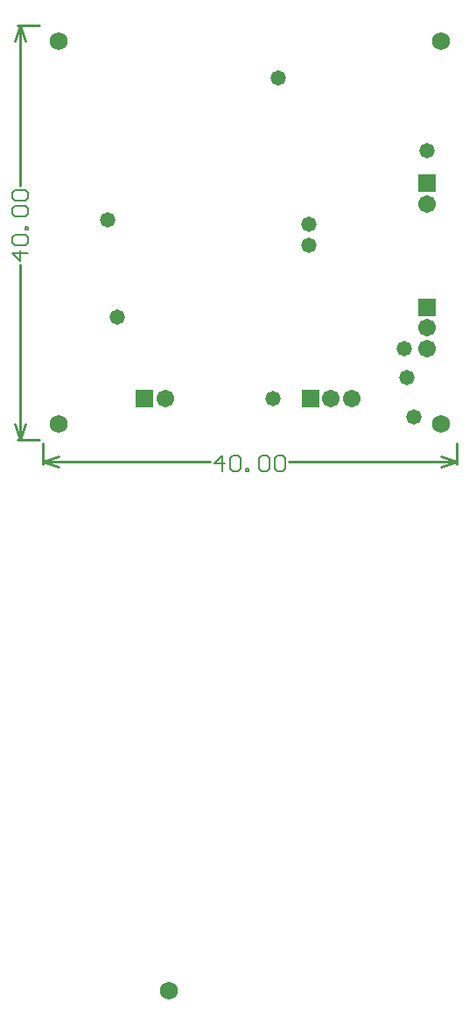
<source format=gbs>
G04*
G04 #@! TF.GenerationSoftware,Altium Limited,Altium Designer,22.1.2 (22)*
G04*
G04 Layer_Color=16711935*
%FSLAX24Y24*%
%MOIN*%
G70*
G04*
G04 #@! TF.SameCoordinates,7AB658FE-4F4A-440D-9AF7-89D71A904C7E*
G04*
G04*
G04 #@! TF.FilePolarity,Negative*
G04*
G01*
G75*
%ADD11C,0.0100*%
%ADD13C,0.0060*%
%ADD26R,0.0671X0.0671*%
%ADD27C,0.0671*%
%ADD28C,0.0680*%
%ADD29R,0.0671X0.0671*%
%ADD30C,0.0580*%
D11*
X-900Y15748D02*
X-700Y15148D01*
X-1100D02*
X-900Y15748D01*
X-1100Y600D02*
X-900Y0D01*
X-700Y600D01*
X-900Y9660D02*
Y15748D01*
Y0D02*
Y6640D01*
X-1000Y15748D02*
X-170D01*
X-1000Y0D02*
X-170D01*
X-20Y-850D02*
X580Y-650D01*
X-20Y-850D02*
X580Y-1050D01*
X15128D02*
X15728Y-850D01*
X15128Y-650D02*
X15728Y-850D01*
X-20D02*
X6340D01*
X9360D02*
X15728D01*
X-20Y-950D02*
Y-150D01*
X15728Y-950D02*
Y-150D01*
D13*
X-600Y7100D02*
X-1200D01*
X-900Y6800D01*
Y7200D01*
X-1100Y7400D02*
X-1200Y7500D01*
Y7700D01*
X-1100Y7800D01*
X-700D01*
X-600Y7700D01*
Y7500D01*
X-700Y7400D01*
X-1100D01*
X-600Y8000D02*
X-700D01*
Y8100D01*
X-600D01*
Y8000D01*
X-1100Y8500D02*
X-1200Y8600D01*
Y8800D01*
X-1100Y8900D01*
X-700D01*
X-600Y8800D01*
Y8600D01*
X-700Y8500D01*
X-1100D01*
Y9100D02*
X-1200Y9200D01*
Y9400D01*
X-1100Y9500D01*
X-700D01*
X-600Y9400D01*
Y9200D01*
X-700Y9100D01*
X-1100D01*
X6800Y-1200D02*
Y-600D01*
X6500Y-900D01*
X6900D01*
X7100Y-700D02*
X7200Y-600D01*
X7400D01*
X7500Y-700D01*
Y-1100D01*
X7400Y-1200D01*
X7200D01*
X7100Y-1100D01*
Y-700D01*
X7700Y-1200D02*
Y-1100D01*
X7800D01*
Y-1200D01*
X7700D01*
X8200Y-700D02*
X8300Y-600D01*
X8500D01*
X8600Y-700D01*
Y-1100D01*
X8500Y-1200D01*
X8300D01*
X8200Y-1100D01*
Y-700D01*
X8800D02*
X8900Y-600D01*
X9100D01*
X9200Y-700D01*
Y-1100D01*
X9100Y-1200D01*
X8900D01*
X8800Y-1100D01*
Y-700D01*
D26*
X14600Y5037D02*
D03*
X14608Y9744D02*
D03*
D27*
X14600Y4250D02*
D03*
Y3463D02*
D03*
X14608Y8956D02*
D03*
X11737Y1550D02*
D03*
X10950D02*
D03*
X4644D02*
D03*
D28*
X15159Y591D02*
D03*
X591Y15159D02*
D03*
X15159D02*
D03*
X591Y591D02*
D03*
X4764Y-20976D02*
D03*
D29*
X10163Y1550D02*
D03*
X3856D02*
D03*
D30*
X13750Y3450D02*
D03*
X14100Y850D02*
D03*
X2800Y4650D02*
D03*
X10100Y7400D02*
D03*
Y8200D02*
D03*
X13850Y2350D02*
D03*
X8950Y13750D02*
D03*
X14600Y11000D02*
D03*
X8750Y1550D02*
D03*
X2450Y8350D02*
D03*
M02*

</source>
